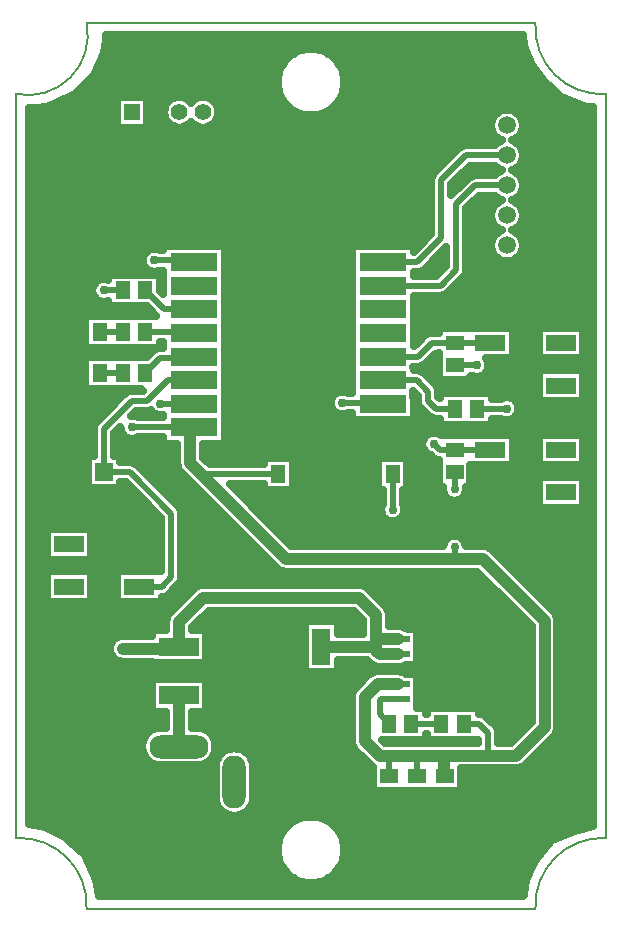
<source format=gtl>
G04 DipTrace 3.0.0.0*
G04 Top.gbr*
%MOIN*%
G04 #@! TF.FileFunction,Copper,L1,Top*
G04 #@! TF.Part,Single*
%ADD11C,0.006*%
G04 #@! TA.AperFunction,Conductor*
%ADD14C,0.02*%
%ADD15C,0.03937*%
G04 #@! TA.AperFunction,CopperBalancing*
%ADD16C,0.025*%
%ADD19R,0.062992X0.124016*%
%ADD20R,0.059055X0.051181*%
%ADD21R,0.051181X0.059055*%
G04 #@! TA.AperFunction,ComponentPad*
%ADD22R,0.055118X0.055118*%
%ADD23C,0.055118*%
%ADD25R,0.15748X0.062992*%
G04 #@! TA.AperFunction,ComponentPad*
%ADD26C,0.059055*%
%ADD27R,0.133858X0.062992*%
%ADD28R,0.102362X0.055118*%
G04 #@! TA.AperFunction,ComponentPad*
%ADD29O,0.177165X0.07874*%
%ADD30O,0.19685X0.07874*%
%ADD31O,0.07874X0.177165*%
%ADD32R,0.059055X0.059055*%
%ADD33C,0.059055*%
%ADD35R,0.07874X0.023622*%
%ADD36R,0.07874X0.125984*%
G04 #@! TA.AperFunction,ViaPad*
%ADD37C,0.03*%
%FSLAX26Y26*%
G04*
G70*
G90*
G75*
G01*
G04 Top*
%LPD*%
X1256382Y1448848D2*
D14*
Y1330085D1*
X1087614Y1686373D2*
X1221215D1*
X1223734Y1683854D1*
X1581416Y1530106D2*
X1462654D1*
X1412648D1*
X1393896Y1548858D1*
X462549Y2161423D2*
X588685D1*
X593812Y2156295D1*
X544945Y873621D2*
D15*
Y956184D1*
X625066Y1036304D1*
X1143870D1*
X1200126Y980049D1*
Y900268D1*
Y873787D1*
Y861286D1*
X1212627Y848785D1*
X1275129D1*
X1275134Y848790D1*
X1200126Y900268D2*
X1273656D1*
X1275134Y898790D1*
X1018857Y873787D2*
X1200126D1*
X356287Y867537D2*
X538861D1*
X544945Y873621D1*
X1275134Y748790D2*
X1206392D1*
X1162622Y705020D1*
Y561255D1*
X1212627Y511249D1*
X1250671D1*
X1343290D1*
X1425150D1*
X1431400Y442587D1*
X1431306Y442492D1*
X1337593D2*
D14*
Y505552D1*
X1343290Y511249D1*
X1243881Y442492D2*
Y504459D1*
X1250671Y511249D1*
X1425150D2*
D15*
X1575165D1*
X1668925D1*
X1762685Y605009D1*
Y961297D1*
X1556413Y1167568D1*
X1462654D1*
X900094D1*
X624043Y1443619D1*
X581311Y1486352D1*
Y1592613D1*
X593812Y1605114D1*
X875092Y1448848D2*
D14*
X629272D1*
X624043Y1443619D1*
X1493888Y617510D2*
X1543912D1*
X1575165Y586257D1*
Y511249D1*
X1462654Y1455303D2*
Y1398843D1*
Y1205072D2*
Y1167568D1*
X1537661Y1667621D2*
X1637672D1*
X1462654Y1811591D2*
X1537457Y1811386D1*
X356492Y2061412D2*
X293781D1*
X387541Y1605114D2*
X593812D1*
X1018857Y680874D2*
X1057218D1*
X1175134Y798790D1*
X1275134D1*
X1018857Y680874D2*
Y548753D1*
X987273Y517169D1*
X768831Y298727D1*
X550058D1*
X543807Y304978D1*
X1431306Y367689D2*
Y279881D1*
X1337593Y273724D1*
X1243881D1*
X1230718D1*
X987273Y517169D1*
X1243881Y367689D2*
Y273724D1*
X1337593Y367689D2*
Y273724D1*
X949895Y1448848D2*
X1067467D1*
X1223734Y1605114D1*
X1181579Y1448848D2*
X1067467D1*
X1431306Y279881D2*
X1725087D1*
X1856445Y411239D1*
Y1105062D1*
X1753577Y1207929D1*
X1681427Y1280080D1*
X1462654D1*
X1337640Y1405093D1*
Y1491207D1*
X1223734Y1605114D1*
X1275134Y798790D2*
X1511354D1*
X206272Y1923898D2*
X131264D1*
X106261Y1898895D1*
Y1786383D1*
Y1355098D1*
Y511249D1*
X312533Y304978D1*
X543807D1*
X206272Y1786383D2*
X106261D1*
X293781Y1355098D2*
X106261D1*
X1581416Y1744661D2*
X1654391D1*
X1712680Y1686373D1*
Y1388374D1*
Y1245486D1*
X1681427Y1280080D1*
X1581416Y1388374D2*
X1712680D1*
X1787957Y1242307D2*
X1753577Y1207929D1*
X466925Y2655224D2*
Y2359570D1*
X106261Y1998906D1*
Y1898895D1*
X412543Y1215541D2*
Y1323835D1*
X375039Y1361339D1*
X300021D1*
X293781Y1355098D1*
X1223734Y1841335D2*
X1342587D1*
X1387646Y1886394D1*
X1462654D1*
X1581416D1*
X1318888Y617510D2*
X1419085D1*
X593812Y1683854D2*
X481301D1*
X293781Y1455098D2*
Y1598864D1*
X387541Y1692623D1*
X437546D1*
X506303Y1761381D1*
X592598D1*
X593812Y1762594D1*
X412543Y1073808D2*
X487551D1*
X518804Y1105062D1*
Y1317584D1*
X381290Y1455098D1*
X293781D1*
X543807Y541198D2*
D15*
Y711066D1*
X544945Y712203D1*
X431295Y1786383D2*
D14*
X481301Y1836388D1*
X588866D1*
X593812Y1841335D1*
X431295Y1923898D2*
X589990D1*
X593812Y1920075D1*
X1275134Y698790D2*
X1218899D1*
X1212627Y692518D1*
Y648969D1*
X1244085Y617510D1*
X593812Y1998815D2*
X493892D1*
X431295Y2061412D1*
X1223734Y1762594D2*
X1336427D1*
X1375144Y1723877D1*
Y1692623D1*
X1400147Y1667621D1*
X1462858D1*
X1223734Y2156295D2*
X1338764D1*
X1418899Y2236430D1*
Y2430201D1*
X1500157Y2511459D1*
X1637661D1*
X1637672Y2511470D1*
X1223734Y2077555D2*
X1416290D1*
X1468904Y2130169D1*
Y2348942D1*
X1531411Y2411449D1*
X1637651D1*
X1637672Y2411470D1*
X356492Y1923898D2*
X281075D1*
X356492Y1786383D2*
X281075D1*
D37*
X1256382Y1330085D3*
X1087614Y1686373D3*
X1393896Y1548858D3*
X462549Y2161423D3*
X356287Y867537D3*
X1462654Y1398843D3*
Y1205072D3*
X1637672Y1667621D3*
X1537457Y1811386D3*
X1637672Y1667621D3*
X293781Y2061412D3*
X387541Y1605114D3*
X1787957Y1242307D3*
X481301Y1683854D3*
X300868Y2886634D2*
D16*
X1690399D1*
X297352Y2861765D2*
X948162D1*
X1020350D2*
X1697869D1*
X289149Y2836896D2*
X905780D1*
X1062733D2*
X1707830D1*
X277869Y2812028D2*
X885907D1*
X1082606D2*
X1717743D1*
X266541Y2787159D2*
X875164D1*
X1093299D2*
X1736248D1*
X245985Y2762290D2*
X870868D1*
X1097645D2*
X1754901D1*
X221131Y2737421D2*
X872235D1*
X1096278D2*
X1781707D1*
X195106Y2712552D2*
X879510D1*
X1089002D2*
X1809686D1*
X137049Y2687684D2*
X334637D1*
X441737D2*
X503729D1*
X666297D2*
X894110D1*
X1074403D2*
X1862323D1*
X46278Y2662815D2*
X334637D1*
X441737D2*
X492694D1*
X677381D2*
X921209D1*
X1047303D2*
X1621942D1*
X1653407D2*
X1922723D1*
X46278Y2637946D2*
X334637D1*
X441737D2*
X495135D1*
X674940D2*
X1589227D1*
X1686121D2*
X1922723D1*
X46278Y2613077D2*
X334637D1*
X441737D2*
X514325D1*
X576991D2*
X593084D1*
X655750D2*
X1582147D1*
X1693153D2*
X1922723D1*
X46278Y2588209D2*
X1587518D1*
X1687830D2*
X1922723D1*
X46278Y2563340D2*
X1612909D1*
X1662440D2*
X1922723D1*
X46278Y2538471D2*
X1477850D1*
X1685828D2*
X1922723D1*
X46278Y2513602D2*
X1452411D1*
X1693153D2*
X1922723D1*
X46278Y2488734D2*
X1427557D1*
X1688075D2*
X1922723D1*
X46278Y2463865D2*
X1402703D1*
X1502430D2*
X1611834D1*
X1663514D2*
X1922723D1*
X46278Y2438996D2*
X1384051D1*
X1477577D2*
X1509832D1*
X1685487D2*
X1922723D1*
X46278Y2414127D2*
X1382879D1*
X1454920D2*
X1484198D1*
X1693153D2*
X1922723D1*
X46278Y2389259D2*
X1382879D1*
X1688319D2*
X1922723D1*
X46278Y2364390D2*
X1382879D1*
X1534217D2*
X1610760D1*
X1664588D2*
X1922723D1*
X46278Y2339521D2*
X1382879D1*
X1509364D2*
X1590155D1*
X1685194D2*
X1922723D1*
X46278Y2314652D2*
X1382879D1*
X1504920D2*
X1582244D1*
X1693104D2*
X1922723D1*
X46278Y2289783D2*
X1382879D1*
X1504920D2*
X1586786D1*
X1688563D2*
X1922723D1*
X46278Y2264915D2*
X1382879D1*
X1504920D2*
X1609784D1*
X1665565D2*
X1922723D1*
X46278Y2240046D2*
X1372625D1*
X1504920D2*
X1590496D1*
X1684852D2*
X1922723D1*
X46278Y2215177D2*
X1347772D1*
X1504920D2*
X1582293D1*
X1693055D2*
X1922723D1*
X46278Y2190308D2*
X434588D1*
X698573D2*
X1119012D1*
X1422645D2*
X1432907D1*
X1504920D2*
X1586541D1*
X1688807D2*
X1922723D1*
X46278Y2165440D2*
X421746D1*
X698573D2*
X1119012D1*
X1397791D2*
X1432928D1*
X1504920D2*
X1608856D1*
X1666493D2*
X1922723D1*
X46278Y2140571D2*
X427703D1*
X698573D2*
X1119012D1*
X1372938D2*
X1429412D1*
X1504920D2*
X1922723D1*
X46278Y2115702D2*
X489080D1*
X698573D2*
X1119012D1*
X1328455D2*
X1404559D1*
X1501600D2*
X1922723D1*
X46278Y2090833D2*
X266473D1*
X698573D2*
X1119012D1*
X1479432D2*
X1922723D1*
X46278Y2065965D2*
X253045D1*
X698573D2*
X1119012D1*
X1454578D2*
X1922723D1*
X46278Y2041096D2*
X258563D1*
X698573D2*
X1119012D1*
X1328455D2*
X1922723D1*
X46278Y2016227D2*
X304901D1*
X698573D2*
X1119012D1*
X1328455D2*
X1922723D1*
X46278Y1991358D2*
X451483D1*
X698573D2*
X1119012D1*
X1328455D2*
X1922723D1*
X46278Y1966489D2*
X229461D1*
X698573D2*
X1119012D1*
X1328455D2*
X1922723D1*
X46278Y1941621D2*
X229461D1*
X698573D2*
X1119012D1*
X1328455D2*
X1922723D1*
X46278Y1916752D2*
X229461D1*
X698573D2*
X1119012D1*
X1328455D2*
X1370965D1*
X1658582D2*
X1740448D1*
X1894813D2*
X1922723D1*
X46278Y1891883D2*
X229461D1*
X698573D2*
X1119012D1*
X1328455D2*
X1343280D1*
X1658582D2*
X1740448D1*
X1894813D2*
X1922723D1*
X46278Y1867014D2*
X465203D1*
X698573D2*
X1119012D1*
X1658582D2*
X1740448D1*
X1894813D2*
X1922723D1*
X46278Y1842146D2*
X437176D1*
X698573D2*
X1119012D1*
X1393250D2*
X1407147D1*
X1658582D2*
X1740448D1*
X1894813D2*
X1922723D1*
X46278Y1817277D2*
X229461D1*
X698573D2*
X1119012D1*
X1368397D2*
X1407147D1*
X1578016D2*
X1922723D1*
X46278Y1792408D2*
X229461D1*
X698573D2*
X1119012D1*
X1354188D2*
X1407147D1*
X1573475D2*
X1740448D1*
X1894813D2*
X1922723D1*
X46278Y1767539D2*
X229461D1*
X698573D2*
X1119012D1*
X1381336D2*
X1407147D1*
X1518202D2*
X1740448D1*
X1894813D2*
X1922723D1*
X46278Y1742671D2*
X229461D1*
X698573D2*
X1119012D1*
X1405360D2*
X1740448D1*
X1894813D2*
X1922723D1*
X46278Y1717802D2*
X362957D1*
X698573D2*
X1062860D1*
X1589246D2*
X1740448D1*
X1894813D2*
X1922723D1*
X46278Y1692933D2*
X337957D1*
X698573D2*
X1047186D1*
X1328455D2*
X1339133D1*
X1669178D2*
X1922723D1*
X46278Y1668064D2*
X313104D1*
X698573D2*
X1051239D1*
X1328455D2*
X1349823D1*
X1678651D2*
X1922723D1*
X46278Y1643196D2*
X288250D1*
X395692D2*
X489080D1*
X698573D2*
X1119012D1*
X1328455D2*
X1374725D1*
X1669911D2*
X1922723D1*
X46278Y1618327D2*
X264032D1*
X698573D2*
X1411248D1*
X1589246D2*
X1922723D1*
X46278Y1593458D2*
X257782D1*
X338270D2*
X348352D1*
X698573D2*
X1922723D1*
X46278Y1568589D2*
X257782D1*
X329774D2*
X372869D1*
X402235D2*
X489080D1*
X698573D2*
X1358319D1*
X1658582D2*
X1740448D1*
X1894813D2*
X1922723D1*
X46278Y1543720D2*
X257782D1*
X329774D2*
X535614D1*
X626991D2*
X1353241D1*
X1658582D2*
X1740448D1*
X1894813D2*
X1922723D1*
X46278Y1518852D2*
X257782D1*
X329774D2*
X535614D1*
X626991D2*
X1367254D1*
X1658582D2*
X1740448D1*
X1894813D2*
X1922723D1*
X46278Y1493983D2*
X238250D1*
X349305D2*
X535614D1*
X637244D2*
X823504D1*
X926698D2*
X1204803D1*
X1307996D2*
X1407147D1*
X1658582D2*
X1740448D1*
X1894813D2*
X1922723D1*
X46278Y1469114D2*
X238250D1*
X417127D2*
X539227D1*
X926698D2*
X1204803D1*
X1307996D2*
X1407147D1*
X1518202D2*
X1922723D1*
X46278Y1444245D2*
X238250D1*
X442030D2*
X559832D1*
X926698D2*
X1204803D1*
X1307996D2*
X1407147D1*
X1518202D2*
X1922723D1*
X46278Y1419377D2*
X238250D1*
X349305D2*
X367157D1*
X466883D2*
X584735D1*
X926698D2*
X1204803D1*
X1307996D2*
X1407147D1*
X1518202D2*
X1740448D1*
X1894813D2*
X1922723D1*
X46278Y1394508D2*
X392010D1*
X491737D2*
X609588D1*
X736707D2*
X1220379D1*
X1292371D2*
X1421893D1*
X1503407D2*
X1740448D1*
X1894813D2*
X1922723D1*
X46278Y1369639D2*
X416864D1*
X516639D2*
X634442D1*
X761610D2*
X1220379D1*
X1292371D2*
X1435077D1*
X1490223D2*
X1740448D1*
X1894813D2*
X1922723D1*
X46278Y1344770D2*
X441766D1*
X541493D2*
X659295D1*
X786463D2*
X1218280D1*
X1294471D2*
X1740448D1*
X1894813D2*
X1922723D1*
X46278Y1319902D2*
X466619D1*
X554725D2*
X684198D1*
X811317D2*
X1216766D1*
X1296034D2*
X1922723D1*
X46278Y1295033D2*
X482782D1*
X554823D2*
X709051D1*
X836219D2*
X1237957D1*
X1274793D2*
X1922723D1*
X46278Y1270164D2*
X482782D1*
X554823D2*
X733905D1*
X861073D2*
X1922723D1*
X46278Y1245295D2*
X99139D1*
X253504D2*
X482782D1*
X554823D2*
X758807D1*
X885926D2*
X1922723D1*
X46278Y1220427D2*
X99139D1*
X253504D2*
X482782D1*
X554823D2*
X783661D1*
X910828D2*
X1424871D1*
X1500477D2*
X1922723D1*
X46278Y1195558D2*
X99139D1*
X253504D2*
X482782D1*
X554823D2*
X808514D1*
X1591981D2*
X1922723D1*
X46278Y1170689D2*
X99139D1*
X253504D2*
X482782D1*
X554823D2*
X833416D1*
X1616883D2*
X1922723D1*
X46278Y1145820D2*
X482782D1*
X554823D2*
X858270D1*
X1641737D2*
X1922723D1*
X46278Y1120951D2*
X99139D1*
X253504D2*
X335369D1*
X554823D2*
X1539471D1*
X1666590D2*
X1922723D1*
X46278Y1096083D2*
X99139D1*
X253504D2*
X335369D1*
X553602D2*
X1564325D1*
X1691493D2*
X1922723D1*
X46278Y1071214D2*
X99139D1*
X253504D2*
X335369D1*
X534852D2*
X597137D1*
X1171815D2*
X1589178D1*
X1716346D2*
X1922723D1*
X46278Y1046345D2*
X99139D1*
X253504D2*
X335369D1*
X509217D2*
X571551D1*
X1197401D2*
X1614080D1*
X1741200D2*
X1922723D1*
X46278Y1021476D2*
X546649D1*
X1222254D2*
X1638934D1*
X1766102D2*
X1922723D1*
X46278Y996608D2*
X521795D1*
X1242518D2*
X1663787D1*
X1790955D2*
X1922723D1*
X46278Y971739D2*
X502166D1*
X624061D2*
X1144842D1*
X1245789D2*
X1688690D1*
X1807069D2*
X1922723D1*
X46278Y946870D2*
X499237D1*
X599207D2*
X961346D1*
X1076356D2*
X1154461D1*
X1245789D2*
X1713543D1*
X1808387D2*
X1922723D1*
X46278Y922001D2*
X452020D1*
X637879D2*
X961346D1*
X1076356D2*
X1154461D1*
X1340516D2*
X1717010D1*
X1808387D2*
X1922723D1*
X46278Y897133D2*
X322332D1*
X637879D2*
X961346D1*
X1340516D2*
X1717010D1*
X1808387D2*
X1922723D1*
X46278Y872264D2*
X310858D1*
X637879D2*
X961346D1*
X1340516D2*
X1717010D1*
X1808387D2*
X1922723D1*
X46278Y847395D2*
X315594D1*
X637879D2*
X961346D1*
X1340516D2*
X1717010D1*
X1808387D2*
X1922723D1*
X46278Y822526D2*
X452020D1*
X637879D2*
X961346D1*
X1076356D2*
X1175311D1*
X1340516D2*
X1717010D1*
X1808387D2*
X1922723D1*
X46278Y797657D2*
X961346D1*
X1076356D2*
X1717010D1*
X1808387D2*
X1922723D1*
X46278Y772789D2*
X1166815D1*
X1340516D2*
X1717010D1*
X1808387D2*
X1922723D1*
X46278Y747920D2*
X452020D1*
X637879D2*
X1141961D1*
X1340516D2*
X1717010D1*
X1808387D2*
X1922723D1*
X46278Y723051D2*
X452020D1*
X637879D2*
X1120868D1*
X1340516D2*
X1717010D1*
X1808387D2*
X1922723D1*
X46278Y698182D2*
X452020D1*
X637879D2*
X1116961D1*
X1340516D2*
X1717010D1*
X1808387D2*
X1922723D1*
X46278Y673314D2*
X452020D1*
X637879D2*
X1116961D1*
X1340516D2*
X1717010D1*
X1808387D2*
X1922723D1*
X46278Y648445D2*
X498114D1*
X589491D2*
X1116961D1*
X1559266D2*
X1717010D1*
X1808387D2*
X1922723D1*
X46278Y623576D2*
X498114D1*
X589491D2*
X1116961D1*
X1587733D2*
X1717010D1*
X1808387D2*
X1922723D1*
X46278Y598707D2*
X456854D1*
X630750D2*
X1116961D1*
X1608778D2*
X1692791D1*
X1807899D2*
X1922723D1*
X46278Y573839D2*
X428534D1*
X659119D2*
X1116961D1*
X1611170D2*
X1667938D1*
X1795106D2*
X1922723D1*
X46278Y548970D2*
X419842D1*
X667762D2*
X1118719D1*
X1770203D2*
X1922723D1*
X46278Y524101D2*
X421746D1*
X665858D2*
X690741D1*
X766981D2*
X1136200D1*
X1745350D2*
X1922723D1*
X46278Y499232D2*
X435418D1*
X652186D2*
X669549D1*
X788172D2*
X1161053D1*
X1720496D2*
X1922723D1*
X46278Y474364D2*
X663494D1*
X794178D2*
X1187664D1*
X1693885D2*
X1922723D1*
X46278Y449495D2*
X663494D1*
X794227D2*
X1188348D1*
X1486854D2*
X1922723D1*
X46278Y424626D2*
X663494D1*
X794227D2*
X1188348D1*
X1486854D2*
X1922723D1*
X46278Y399757D2*
X663494D1*
X794227D2*
X1188348D1*
X1486854D2*
X1922723D1*
X46278Y374888D2*
X663494D1*
X794227D2*
X1922723D1*
X46278Y350020D2*
X668182D1*
X789491D2*
X1922723D1*
X46278Y325151D2*
X686639D1*
X771082D2*
X1922723D1*
X46278Y300282D2*
X941327D1*
X1027186D2*
X1922723D1*
X89051Y275413D2*
X903241D1*
X1065223D2*
X1916815D1*
X145545Y250545D2*
X884539D1*
X1083973D2*
X1838299D1*
X182215Y225676D2*
X874481D1*
X1093983D2*
X1782000D1*
X209852Y200807D2*
X870770D1*
X1097743D2*
X1761639D1*
X234022Y175938D2*
X872674D1*
X1095838D2*
X1741327D1*
X245496Y151070D2*
X880584D1*
X1087928D2*
X1722528D1*
X256971Y126201D2*
X896063D1*
X1072450D2*
X1711493D1*
X268446Y101332D2*
X925116D1*
X1043397D2*
X1700457D1*
X274744Y76463D2*
X1695575D1*
X279676Y51594D2*
X1692498D1*
X976361Y959295D2*
X1073853D1*
Y916961D1*
X1156894Y916973D1*
X1156941Y962133D1*
X1125982Y993119D1*
X642942D1*
X588102Y938268D1*
X588130Y928596D1*
X635374Y928617D1*
Y818625D1*
X454516D1*
Y824338D1*
X352899Y824485D1*
X346206Y825545D1*
X339761Y827639D1*
X333723Y830715D1*
X328241Y834699D1*
X323449Y839490D1*
X319466Y844973D1*
X316390Y851011D1*
X314295Y857455D1*
X313235Y864148D1*
Y870925D1*
X314295Y877618D1*
X316390Y884063D1*
X319466Y890101D1*
X323449Y895583D1*
X328241Y900375D1*
X333723Y904358D1*
X339761Y907435D1*
X346206Y909529D1*
X352899Y910589D1*
X443787Y910722D1*
X454481D1*
X454516Y928617D1*
X501733D1*
X501893Y959572D1*
X502953Y966265D1*
X505047Y972710D1*
X508124Y978748D1*
X512107Y984230D1*
X576280Y1048592D1*
X597019Y1069143D1*
X602501Y1073126D1*
X608539Y1076202D1*
X614984Y1078296D1*
X621677Y1079356D1*
X712566Y1079490D1*
X1147258Y1079356D1*
X1153951Y1078296D1*
X1160396Y1076202D1*
X1166434Y1073126D1*
X1171917Y1069143D1*
X1230662Y1010585D1*
X1235063Y1005432D1*
X1238604Y999654D1*
X1241197Y993393D1*
X1242779Y986804D1*
X1243311Y980049D1*
Y943476D1*
X1277044Y943320D1*
X1283738Y942260D1*
X1290182Y940166D1*
X1296220Y937089D1*
X1299050Y935197D1*
X1312264Y934101D1*
X1338004D1*
Y813479D1*
X1299967D1*
X1294734Y810307D1*
X1288474Y807713D1*
X1281884Y806131D1*
X1275129Y805600D1*
X1209239Y805733D1*
X1202546Y806793D1*
X1196101Y808887D1*
X1190063Y811963D1*
X1184581Y815947D1*
X1169736Y830603D1*
X1073808Y830602D1*
X1073853Y788280D1*
X963861D1*
Y959295D1*
X976361D1*
X1378267Y393402D2*
X1190853D1*
Y473919D1*
X1184581Y478411D1*
X1132086Y530718D1*
X1127685Y535871D1*
X1124144Y541649D1*
X1121550Y547910D1*
X1119969Y554499D1*
X1119437Y561255D1*
X1119570Y708408D1*
X1120630Y715101D1*
X1122724Y721546D1*
X1125801Y727584D1*
X1129784Y733066D1*
X1175856Y779327D1*
X1181009Y783728D1*
X1186787Y787268D1*
X1193047Y789862D1*
X1199637Y791444D1*
X1206392Y791975D1*
X1278522Y791842D1*
X1285215Y790782D1*
X1291660Y788688D1*
X1297698Y785611D1*
X1299956Y784103D1*
X1338004Y784101D1*
Y670554D1*
X1367979Y670538D1*
Y651055D1*
X1370011Y651011D1*
X1369995Y670538D1*
X1542979D1*
Y651056D1*
X1549153Y650598D1*
X1556732Y648461D1*
X1563603Y644613D1*
X1567600Y641199D1*
X1600639Y608014D1*
X1605014Y601466D1*
X1607740Y594078D1*
X1608665Y586247D1*
Y554470D1*
X1650995Y554434D1*
X1719492Y622889D1*
X1719500Y943437D1*
X1538557Y1124351D1*
X896706Y1124516D1*
X890013Y1125576D1*
X883568Y1127670D1*
X877530Y1130747D1*
X872048Y1134730D1*
X807686Y1198904D1*
X548473Y1458305D1*
X544490Y1463788D1*
X541413Y1469825D1*
X539319Y1476270D1*
X538259Y1482963D1*
X538126Y1550072D1*
X491572Y1550118D1*
Y1571651D1*
X406556Y1571614D1*
X399438Y1568498D1*
X393563Y1567088D1*
X387541Y1566614D1*
X381518Y1567088D1*
X375644Y1568498D1*
X370062Y1570810D1*
X364911Y1573967D1*
X360317Y1577891D1*
X356394Y1582484D1*
X353237Y1587636D1*
X350925Y1593217D1*
X349515Y1599091D1*
X349108Y1606825D1*
X327294Y1585001D1*
X327281Y1508092D1*
X346809Y1508126D1*
Y1488643D1*
X383918Y1488495D1*
X391642Y1486959D1*
X398794Y1483662D1*
X404985Y1478779D1*
X544278Y1339341D1*
X548653Y1332793D1*
X551379Y1325404D1*
X552304Y1317574D1*
X552201Y1102433D1*
X550665Y1094710D1*
X547368Y1087558D1*
X542493Y1081373D1*
X509308Y1048335D1*
X502760Y1043960D1*
X495372Y1041234D1*
X487541Y1040309D1*
X487209Y1040308D1*
X487225Y1022749D1*
X337862D1*
Y1124867D1*
X485325D1*
X485304Y1303743D1*
X367402Y1421610D1*
X346769Y1421598D1*
X346809Y1402071D1*
X240754D1*
Y1508126D1*
X260236D1*
X260384Y1601492D1*
X261920Y1609216D1*
X265217Y1616367D1*
X270100Y1622559D1*
X365784Y1718097D1*
X372332Y1722472D1*
X379720Y1725198D1*
X387551Y1726123D1*
X423625D1*
X417886Y1733355D1*
X231984D1*
Y1839411D1*
X436941D1*
X459544Y1861862D1*
X466092Y1866237D1*
X473480Y1868963D1*
X481311Y1869888D1*
X491603D1*
X491572Y1890359D1*
X480370Y1890398D1*
X480386Y1870870D1*
X231984D1*
Y1976925D1*
X468387D1*
X436955Y2008376D1*
X307402Y2008384D1*
Y2025425D1*
X299804Y2023386D1*
X293781Y2022912D1*
X287758Y2023386D1*
X281884Y2024796D1*
X276302Y2027108D1*
X271151Y2030265D1*
X266557Y2034188D1*
X262634Y2038782D1*
X259477Y2043933D1*
X257165Y2049515D1*
X255755Y2055389D1*
X255281Y2061412D1*
X255755Y2067435D1*
X257165Y2073309D1*
X259477Y2078891D1*
X262634Y2084042D1*
X266557Y2088636D1*
X271151Y2092559D1*
X276302Y2095716D1*
X281884Y2098028D1*
X287758Y2099438D1*
X293781Y2099912D1*
X299804Y2099438D1*
X307395Y2097394D1*
X307402Y2114439D1*
X480386D1*
Y2059703D1*
X491547Y2048536D1*
X491572Y2127906D1*
X481507Y2127922D1*
X474446Y2124807D1*
X468571Y2123397D1*
X462549Y2122923D1*
X456526Y2123397D1*
X450651Y2124807D1*
X445070Y2127119D1*
X439919Y2130275D1*
X435325Y2134199D1*
X431401Y2138793D1*
X428245Y2143944D1*
X425933Y2149525D1*
X424523Y2155400D1*
X424049Y2161423D1*
X424523Y2167445D1*
X425933Y2173320D1*
X428245Y2178901D1*
X431401Y2184052D1*
X435325Y2188646D1*
X439919Y2192570D1*
X445070Y2195726D1*
X450651Y2198038D1*
X456526Y2199449D1*
X462549Y2199923D1*
X468571Y2199449D1*
X474446Y2198038D1*
X481459Y2194924D1*
X491601Y2194923D1*
X491572Y2211291D1*
X696053D1*
Y1865079D1*
X696004Y1628858D1*
X696053Y1550118D1*
X624519D1*
X624496Y1504283D1*
X646409Y1482327D1*
X826000Y1482348D1*
X826001Y1501875D1*
X924182D1*
Y1395820D1*
X826001D1*
Y1415303D1*
X713422Y1415348D1*
X917984Y1210752D1*
X1424557Y1210753D1*
X1426038Y1216969D1*
X1428350Y1222551D1*
X1431506Y1227702D1*
X1435430Y1232296D1*
X1440024Y1236219D1*
X1445175Y1239376D1*
X1450756Y1241688D1*
X1456631Y1243098D1*
X1462654Y1243572D1*
X1468676Y1243098D1*
X1474551Y1241688D1*
X1480132Y1239376D1*
X1485283Y1236219D1*
X1489877Y1232296D1*
X1493801Y1227702D1*
X1496957Y1222551D1*
X1499269Y1216969D1*
X1500720Y1210755D1*
X1559802Y1210620D1*
X1566495Y1209560D1*
X1572940Y1207466D1*
X1578978Y1204390D1*
X1584460Y1200406D1*
X1648822Y1136233D1*
X1795523Y989343D1*
X1799506Y983861D1*
X1802583Y977823D1*
X1804677Y971378D1*
X1805737Y964685D1*
X1805870Y873797D1*
X1805737Y601621D1*
X1804677Y594928D1*
X1802583Y588483D1*
X1799506Y582445D1*
X1795523Y576963D1*
X1731350Y512601D1*
X1696972Y478411D1*
X1691489Y474428D1*
X1685451Y471352D1*
X1679007Y469257D1*
X1672313Y468197D1*
X1575165Y468064D1*
X1484296D1*
X1484333Y393402D1*
X1378278Y393450D1*
X349626Y2706283D2*
X439244D1*
Y2604165D1*
X337126D1*
Y2706283D1*
X349626D1*
X585024Y2622741D2*
X578826Y2616399D1*
X572344Y2611689D1*
X565205Y2608052D1*
X557585Y2605576D1*
X549671Y2604323D1*
X541659D1*
X533746Y2605576D1*
X526126Y2608052D1*
X518987Y2611689D1*
X512505Y2616399D1*
X506840Y2622064D1*
X502130Y2628546D1*
X498493Y2635685D1*
X496017Y2643305D1*
X494764Y2651218D1*
Y2659230D1*
X496017Y2667144D1*
X498493Y2674764D1*
X502130Y2681903D1*
X506840Y2688385D1*
X512505Y2694050D1*
X518987Y2698759D1*
X526126Y2702397D1*
X533746Y2704873D1*
X541659Y2706126D1*
X549671D1*
X557585Y2704873D1*
X565205Y2702397D1*
X572344Y2698759D1*
X578826Y2694050D1*
X585024Y2687708D1*
X591245Y2694050D1*
X597727Y2698759D1*
X604866Y2702397D1*
X612486Y2704873D1*
X620399Y2706126D1*
X628412D1*
X636325Y2704873D1*
X643945Y2702397D1*
X651084Y2698759D1*
X657566Y2694050D1*
X663231Y2688385D1*
X667941Y2681903D1*
X671578Y2674764D1*
X674054Y2667144D1*
X675307Y2659230D1*
Y2651218D1*
X674054Y2643305D1*
X671578Y2635685D1*
X667941Y2628546D1*
X663231Y2622064D1*
X657566Y2616399D1*
X651084Y2611689D1*
X643945Y2608052D1*
X636325Y2605576D1*
X628412Y2604323D1*
X620399D1*
X612486Y2605576D1*
X604866Y2608052D1*
X597727Y2611689D1*
X591245Y2616399D1*
X585047Y2622741D1*
X1444787Y564483D2*
X1369995D1*
Y583965D1*
X1367962Y584010D1*
X1367979Y564483D1*
X1220471D1*
X1230482Y554468D1*
X1541702Y554434D1*
X1541665Y564521D1*
X1444798Y564532D1*
X1325974Y1707551D2*
Y1628858D1*
X1121494D1*
X1121215Y1652873D1*
X1106616D1*
X1099511Y1649757D1*
X1093637Y1648347D1*
X1087614Y1647873D1*
X1081591Y1648347D1*
X1075717Y1649757D1*
X1070136Y1652069D1*
X1064984Y1655226D1*
X1060391Y1659149D1*
X1056467Y1663743D1*
X1053310Y1668894D1*
X1050998Y1674476D1*
X1049588Y1680350D1*
X1049114Y1686373D1*
X1049588Y1692395D1*
X1050998Y1698270D1*
X1053310Y1703851D1*
X1056467Y1709002D1*
X1060391Y1713596D1*
X1064984Y1717520D1*
X1070136Y1720676D1*
X1075717Y1722988D1*
X1081591Y1724399D1*
X1087614Y1724873D1*
X1093637Y1724399D1*
X1099511Y1722988D1*
X1106525Y1719874D1*
X1121452Y1719873D1*
X1121494Y1896330D1*
X1121493Y2211291D1*
X1325974D1*
Y2190930D1*
X1385407Y2250314D1*
X1385502Y2432829D1*
X1387039Y2440553D1*
X1390335Y2447704D1*
X1395218Y2453896D1*
X1478401Y2536933D1*
X1484949Y2541308D1*
X1492337Y2544034D1*
X1500168Y2544959D1*
X1596593D1*
X1603233Y2551792D1*
X1609965Y2556683D1*
X1617379Y2560461D1*
X1620050Y2561446D1*
X1613598Y2564222D1*
X1606503Y2568570D1*
X1600176Y2573974D1*
X1594772Y2580301D1*
X1590424Y2587396D1*
X1587240Y2595083D1*
X1585297Y2603174D1*
X1584644Y2611470D1*
X1585297Y2619765D1*
X1587240Y2627856D1*
X1590424Y2635544D1*
X1594772Y2642639D1*
X1600176Y2648966D1*
X1606503Y2654370D1*
X1613598Y2658718D1*
X1621285Y2661902D1*
X1629377Y2663845D1*
X1637672Y2664497D1*
X1645967Y2663845D1*
X1654058Y2661902D1*
X1661746Y2658718D1*
X1668841Y2654370D1*
X1675168Y2648966D1*
X1680572Y2642639D1*
X1684920Y2635544D1*
X1688104Y2627856D1*
X1690047Y2619765D1*
X1690699Y2611470D1*
X1690047Y2603174D1*
X1688104Y2595083D1*
X1684920Y2587396D1*
X1680572Y2580301D1*
X1675168Y2573974D1*
X1668841Y2568570D1*
X1661746Y2564222D1*
X1655294Y2561494D1*
X1661746Y2558718D1*
X1668841Y2554370D1*
X1675168Y2548966D1*
X1680572Y2542639D1*
X1684920Y2535544D1*
X1688104Y2527856D1*
X1690047Y2519765D1*
X1690699Y2511470D1*
X1690047Y2503174D1*
X1688104Y2495083D1*
X1684920Y2487396D1*
X1680572Y2480301D1*
X1675168Y2473974D1*
X1668841Y2468570D1*
X1661746Y2464222D1*
X1655294Y2461494D1*
X1661746Y2458718D1*
X1668841Y2454370D1*
X1675168Y2448966D1*
X1680572Y2442639D1*
X1684920Y2435544D1*
X1688104Y2427856D1*
X1690047Y2419765D1*
X1690699Y2411470D1*
X1690047Y2403174D1*
X1688104Y2395083D1*
X1684920Y2387396D1*
X1680572Y2380301D1*
X1675168Y2373974D1*
X1668841Y2368570D1*
X1661746Y2364222D1*
X1655294Y2361494D1*
X1661746Y2358718D1*
X1668841Y2354370D1*
X1675168Y2348966D1*
X1680572Y2342639D1*
X1684920Y2335544D1*
X1688104Y2327856D1*
X1690047Y2319765D1*
X1690699Y2311470D1*
X1690047Y2303174D1*
X1688104Y2295083D1*
X1684920Y2287396D1*
X1680572Y2280301D1*
X1675168Y2273974D1*
X1668841Y2268570D1*
X1661746Y2264222D1*
X1655294Y2261494D1*
X1661746Y2258718D1*
X1668841Y2254370D1*
X1675168Y2248966D1*
X1680572Y2242639D1*
X1684920Y2235544D1*
X1688104Y2227856D1*
X1690047Y2219765D1*
X1690699Y2211470D1*
X1690047Y2203174D1*
X1688104Y2195083D1*
X1684920Y2187396D1*
X1680572Y2180301D1*
X1675168Y2173974D1*
X1668841Y2168570D1*
X1661746Y2164222D1*
X1654058Y2161038D1*
X1645967Y2159095D1*
X1637672Y2158442D1*
X1629377Y2159095D1*
X1621285Y2161038D1*
X1613598Y2164222D1*
X1606503Y2168570D1*
X1600176Y2173974D1*
X1594772Y2180301D1*
X1590424Y2187396D1*
X1587240Y2195083D1*
X1585297Y2203174D1*
X1584644Y2211470D1*
X1585297Y2219765D1*
X1587240Y2227856D1*
X1590424Y2235544D1*
X1594772Y2242639D1*
X1600176Y2248966D1*
X1606503Y2254370D1*
X1613598Y2258718D1*
X1620050Y2261446D1*
X1613598Y2264222D1*
X1606503Y2268570D1*
X1600176Y2273974D1*
X1594772Y2280301D1*
X1590424Y2287396D1*
X1587240Y2295083D1*
X1585297Y2303174D1*
X1584644Y2311470D1*
X1585297Y2319765D1*
X1587240Y2327856D1*
X1590424Y2335544D1*
X1594772Y2342639D1*
X1600176Y2348966D1*
X1606503Y2354370D1*
X1613598Y2358718D1*
X1620050Y2361446D1*
X1613598Y2364222D1*
X1606503Y2368570D1*
X1600176Y2373974D1*
X1596635Y2377938D1*
X1545317Y2377949D1*
X1502377Y2335038D1*
X1502301Y2127541D1*
X1500765Y2119817D1*
X1497468Y2112666D1*
X1492585Y2106474D1*
X1438047Y2052081D1*
X1431499Y2047706D1*
X1424110Y2044981D1*
X1416280Y2044055D1*
X1326007D1*
X1325974Y1874797D1*
X1336576Y1882700D1*
X1365889Y1911867D1*
X1372437Y1916242D1*
X1379825Y1918968D1*
X1387656Y1919893D1*
X1409667Y1919894D1*
X1409626Y1935484D1*
X1506745D1*
X1506735Y1937453D1*
X1656097D1*
Y1835335D1*
X1567572D1*
X1571760Y1828864D1*
X1574072Y1823283D1*
X1575483Y1817409D1*
X1575957Y1811386D1*
X1575483Y1805363D1*
X1574072Y1799489D1*
X1571760Y1793907D1*
X1568604Y1788756D1*
X1564680Y1784162D1*
X1560086Y1780239D1*
X1554935Y1777082D1*
X1549354Y1774770D1*
X1543479Y1773360D1*
X1537457Y1772886D1*
X1531434Y1773360D1*
X1525560Y1774770D1*
X1518443Y1777942D1*
X1515681Y1773181D1*
Y1762500D1*
X1409626D1*
Y1852879D1*
X1393656Y1845028D1*
X1364343Y1815861D1*
X1357795Y1811486D1*
X1350407Y1808760D1*
X1342576Y1807835D1*
X1325936D1*
X1325974Y1796057D1*
X1339055Y1795991D1*
X1346779Y1794455D1*
X1353930Y1791158D1*
X1360122Y1786275D1*
X1400618Y1745633D1*
X1404993Y1739085D1*
X1407719Y1731697D1*
X1408644Y1723866D1*
Y1706543D1*
X1413768Y1702093D1*
Y1720648D1*
X1586752D1*
Y1701166D1*
X1618667Y1701121D1*
X1625775Y1704236D1*
X1631649Y1705647D1*
X1637672Y1706121D1*
X1643695Y1705647D1*
X1649569Y1704236D1*
X1655151Y1701924D1*
X1660302Y1698768D1*
X1664896Y1694844D1*
X1668819Y1690250D1*
X1671976Y1685099D1*
X1674288Y1679518D1*
X1675698Y1673643D1*
X1676172Y1667621D1*
X1675698Y1661598D1*
X1674288Y1655724D1*
X1671976Y1650142D1*
X1668819Y1644991D1*
X1664896Y1640397D1*
X1660302Y1636474D1*
X1655151Y1633317D1*
X1649569Y1631005D1*
X1643695Y1629595D1*
X1637672Y1629121D1*
X1631649Y1629595D1*
X1625775Y1631005D1*
X1618761Y1634119D1*
X1586744Y1634121D1*
X1586752Y1614593D1*
X1413768D1*
Y1634076D1*
X1397519Y1634224D1*
X1389795Y1635760D1*
X1382643Y1639057D1*
X1376452Y1643940D1*
X1349671Y1670867D1*
X1345296Y1677415D1*
X1342570Y1684803D1*
X1341645Y1692634D1*
X1341644Y1709957D1*
X1325941Y1725704D1*
X1325925Y1707598D1*
X1325974Y2122766D2*
Y2111018D1*
X1402396Y2111055D1*
X1435380Y2144022D1*
X1435404Y2205511D1*
X1360520Y2130822D1*
X1353972Y2126447D1*
X1346584Y2123721D1*
X1338754Y2122796D1*
X1326020Y2122795D1*
X1620050Y2461494D2*
X1613598Y2464222D1*
X1606503Y2468570D1*
X1600176Y2473974D1*
X1596614Y2477964D1*
X1514077Y2477959D1*
X1452410Y2416335D1*
X1452399Y2379859D1*
X1509654Y2436922D1*
X1516202Y2441298D1*
X1523590Y2444023D1*
X1531421Y2444948D1*
X1596596Y2444949D1*
X1603233Y2451792D1*
X1609965Y2456683D1*
X1617379Y2460461D1*
X1620050Y2461446D1*
X467016Y767199D2*
X635374D1*
Y657207D1*
X586985D1*
X586992Y604083D1*
X607795Y603874D1*
X617539Y602331D1*
X626922Y599283D1*
X635712Y594804D1*
X643693Y589005D1*
X650669Y582029D1*
X656468Y574048D1*
X660947Y565258D1*
X663995Y555875D1*
X665538Y546131D1*
Y536265D1*
X663995Y526521D1*
X660947Y517139D1*
X656468Y508349D1*
X650669Y500367D1*
X643693Y493391D1*
X635712Y487593D1*
X626922Y483114D1*
X617539Y480065D1*
X607795Y478522D1*
X565362Y478328D1*
X479819Y478522D1*
X470075Y480065D1*
X460693Y483114D1*
X451902Y487593D1*
X443921Y493391D1*
X436945Y500367D1*
X431146Y508349D1*
X426668Y517139D1*
X423619Y526521D1*
X422076Y536265D1*
Y546131D1*
X423619Y555875D1*
X426668Y565258D1*
X431146Y574048D1*
X436945Y582029D1*
X443921Y589005D1*
X451902Y594804D1*
X460693Y599283D1*
X470075Y602331D1*
X479819Y603874D1*
X500621Y604068D1*
X500622Y657165D1*
X454516Y657207D1*
Y767199D1*
X467016D1*
X1519235Y1581165D2*
X1656097D1*
Y1479047D1*
X1515678D1*
X1515681Y1406213D1*
X1500398D1*
X1501154Y1398843D1*
X1500680Y1392820D1*
X1499269Y1386945D1*
X1496957Y1381364D1*
X1493801Y1376213D1*
X1489877Y1371619D1*
X1485283Y1367695D1*
X1480132Y1364539D1*
X1474551Y1362227D1*
X1468676Y1360817D1*
X1462654Y1360343D1*
X1456631Y1360817D1*
X1450756Y1362227D1*
X1445175Y1364539D1*
X1440024Y1367695D1*
X1435430Y1371619D1*
X1431506Y1376213D1*
X1428350Y1381364D1*
X1426038Y1386945D1*
X1424628Y1392820D1*
X1424154Y1398843D1*
X1424897Y1406220D1*
X1409626Y1406213D1*
Y1496787D1*
X1404828Y1497532D1*
X1397440Y1500257D1*
X1390892Y1504633D1*
X1383608Y1511770D1*
X1376418Y1514555D1*
X1371267Y1517711D1*
X1366673Y1521635D1*
X1362749Y1526229D1*
X1359593Y1531380D1*
X1357281Y1536961D1*
X1355870Y1542836D1*
X1355396Y1548858D1*
X1355870Y1554881D1*
X1357281Y1560755D1*
X1359593Y1566337D1*
X1362749Y1571488D1*
X1366673Y1576082D1*
X1371267Y1580005D1*
X1376418Y1583162D1*
X1381999Y1585474D1*
X1387874Y1586884D1*
X1393896Y1587358D1*
X1399919Y1586884D1*
X1405793Y1585474D1*
X1411375Y1583162D1*
X1417555Y1579194D1*
X1506745Y1579197D1*
X1506735Y1581165D1*
X1519235D1*
X1755455Y1439433D2*
X1892318D1*
Y1337315D1*
X1742955D1*
Y1439433D1*
X1755455D1*
Y1581165D2*
X1892318D1*
Y1479047D1*
X1742955D1*
Y1581165D1*
X1755455D1*
X665977Y472281D2*
X666750Y482136D1*
X669053Y491728D1*
X672829Y500843D1*
X677983Y509255D1*
X684391Y516756D1*
X691892Y523163D1*
X700304Y528318D1*
X709419Y532094D1*
X719011Y534397D1*
X728846Y535171D1*
X738682Y534397D1*
X748274Y532094D1*
X757389Y528318D1*
X765801Y523163D1*
X773302Y516756D1*
X779709Y509255D1*
X784864Y500843D1*
X788639Y491728D1*
X790943Y482136D1*
X791717Y472300D1*
X791523Y368943D1*
X789979Y359199D1*
X786931Y349816D1*
X782452Y341026D1*
X776653Y333044D1*
X769677Y326069D1*
X761696Y320270D1*
X752906Y315791D1*
X743523Y312742D1*
X733779Y311199D1*
X723914D1*
X714170Y312742D1*
X704787Y315791D1*
X695997Y320270D1*
X688016Y326069D1*
X681040Y333044D1*
X675241Y341026D1*
X670762Y349816D1*
X667713Y359199D1*
X666170Y368943D1*
X665977Y411375D1*
Y472172D1*
X1219792Y1501875D2*
X1305473D1*
Y1395820D1*
X1289897D1*
X1289882Y1349092D1*
X1292998Y1341982D1*
X1294408Y1336108D1*
X1294882Y1330085D1*
X1294408Y1324063D1*
X1292998Y1318188D1*
X1290686Y1312607D1*
X1287529Y1307456D1*
X1283606Y1302862D1*
X1279012Y1298938D1*
X1273861Y1295782D1*
X1268279Y1293470D1*
X1262405Y1292059D1*
X1256382Y1291585D1*
X1250359Y1292059D1*
X1244485Y1293470D1*
X1238903Y1295782D1*
X1233752Y1298938D1*
X1229158Y1302862D1*
X1225235Y1307456D1*
X1222078Y1312607D1*
X1219766Y1318188D1*
X1218356Y1324063D1*
X1217882Y1330085D1*
X1218356Y1336108D1*
X1219766Y1341982D1*
X1222880Y1348996D1*
X1222882Y1395857D1*
X1207292Y1395820D1*
Y1501875D1*
X1219792D1*
X1755455Y1795720D2*
X1892318D1*
Y1693602D1*
X1742955D1*
Y1795720D1*
X1755455D1*
Y1937453D2*
X1892318D1*
Y1835335D1*
X1742955D1*
Y1937453D1*
X1755455D1*
X114142Y1266599D2*
X251004D1*
Y1164481D1*
X101642D1*
Y1266599D1*
X114142D1*
Y1124867D2*
X251004D1*
Y1022749D1*
X101642D1*
Y1124867D1*
X114142D1*
X1094966Y188137D2*
X1093941Y179477D1*
X1092240Y170925D1*
X1089873Y162532D1*
X1086855Y154351D1*
X1083204Y146432D1*
X1078943Y138824D1*
X1074099Y131573D1*
X1068700Y124725D1*
X1062781Y118322D1*
X1056377Y112402D1*
X1049529Y107004D1*
X1042279Y102159D1*
X1034671Y97898D1*
X1026751Y94248D1*
X1018570Y91229D1*
X1010178Y88862D1*
X1001625Y87161D1*
X992965Y86136D1*
X984252Y85794D1*
X975539Y86136D1*
X966879Y87161D1*
X958326Y88862D1*
X949934Y91229D1*
X941753Y94248D1*
X933833Y97898D1*
X926225Y102159D1*
X918975Y107004D1*
X912127Y112402D1*
X905723Y118322D1*
X899804Y124725D1*
X894405Y131573D1*
X889561Y138824D1*
X885300Y146432D1*
X881649Y154351D1*
X878631Y162532D1*
X876264Y170925D1*
X874563Y179477D1*
X873538Y188137D1*
X873196Y196850D1*
X873538Y205564D1*
X874563Y214223D1*
X876264Y222776D1*
X878631Y231169D1*
X881649Y239350D1*
X885300Y247269D1*
X889561Y254877D1*
X894405Y262128D1*
X899804Y268976D1*
X905723Y275379D1*
X912127Y281298D1*
X918975Y286697D1*
X926225Y291542D1*
X933833Y295802D1*
X941753Y299453D1*
X949934Y302471D1*
X958326Y304838D1*
X966879Y306540D1*
X975539Y307564D1*
X984252Y307907D1*
X992965Y307564D1*
X1001625Y306540D1*
X1010178Y304838D1*
X1018570Y302471D1*
X1026751Y299453D1*
X1034671Y295802D1*
X1042279Y291542D1*
X1049529Y286697D1*
X1056377Y281298D1*
X1062781Y275379D1*
X1068700Y268976D1*
X1074099Y262128D1*
X1078943Y254877D1*
X1083204Y247269D1*
X1086855Y239350D1*
X1089873Y231169D1*
X1092240Y222776D1*
X1093941Y214223D1*
X1094966Y205564D1*
X1095308Y196850D1*
X1094966Y188137D1*
Y2747192D2*
X1093941Y2738532D1*
X1092240Y2729980D1*
X1089873Y2721587D1*
X1086855Y2713406D1*
X1083204Y2705487D1*
X1078943Y2697879D1*
X1074099Y2690628D1*
X1068700Y2683780D1*
X1062781Y2677377D1*
X1056377Y2671458D1*
X1049529Y2666059D1*
X1042279Y2661214D1*
X1034671Y2656954D1*
X1026751Y2653303D1*
X1018570Y2650285D1*
X1010178Y2647918D1*
X1001625Y2646216D1*
X992965Y2645191D1*
X984252Y2644849D1*
X975539Y2645191D1*
X966879Y2646216D1*
X958326Y2647918D1*
X949934Y2650285D1*
X941753Y2653303D1*
X933833Y2656954D1*
X926225Y2661214D1*
X918975Y2666059D1*
X912127Y2671458D1*
X905723Y2677377D1*
X899804Y2683780D1*
X894405Y2690628D1*
X889561Y2697879D1*
X885300Y2705487D1*
X881649Y2713406D1*
X878631Y2721587D1*
X876264Y2729980D1*
X874563Y2738532D1*
X873538Y2747192D1*
X873196Y2755906D1*
X873538Y2764619D1*
X874563Y2773279D1*
X876264Y2781831D1*
X878631Y2790224D1*
X881649Y2798405D1*
X885300Y2806324D1*
X889561Y2813932D1*
X894405Y2821183D1*
X899804Y2828031D1*
X905723Y2834434D1*
X912127Y2840353D1*
X918975Y2845752D1*
X926225Y2850597D1*
X933833Y2854858D1*
X941753Y2858508D1*
X949934Y2861526D1*
X958326Y2863893D1*
X966879Y2865595D1*
X975539Y2866620D1*
X984252Y2866962D1*
X992965Y2866620D1*
X1001625Y2865595D1*
X1010178Y2863893D1*
X1018570Y2861526D1*
X1026751Y2858508D1*
X1034671Y2854858D1*
X1042279Y2850597D1*
X1049529Y2845752D1*
X1056377Y2840353D1*
X1062781Y2834434D1*
X1068700Y2828031D1*
X1074099Y2821183D1*
X1078943Y2813932D1*
X1083204Y2806324D1*
X1086855Y2798405D1*
X1089873Y2790224D1*
X1092240Y2781831D1*
X1093941Y2773279D1*
X1094966Y2764619D1*
X1095308Y2755906D1*
X1094966Y2747192D1*
X1618761Y1701122D2*
X1625775Y1704236D1*
X1631649Y1705647D1*
X1637672Y1706121D1*
X1643695Y1705647D1*
X1649569Y1704236D1*
X1655151Y1701924D1*
X1660302Y1698768D1*
X1664896Y1694844D1*
X1668819Y1690250D1*
X1671976Y1685099D1*
X1674288Y1679518D1*
X1675698Y1673643D1*
X1676172Y1667621D1*
X1675698Y1661598D1*
X1674288Y1655724D1*
X1671976Y1650142D1*
X1668819Y1644991D1*
X1664896Y1640397D1*
X1660302Y1636474D1*
X1655151Y1633317D1*
X1649569Y1631005D1*
X1643695Y1629595D1*
X1637672Y1629121D1*
X1631649Y1629595D1*
X1625775Y1631005D1*
X1618761Y1634119D1*
X406535Y1638614D2*
X491593D1*
X490288Y1646418D1*
X484321Y1645473D1*
X478280D1*
X472313Y1646418D1*
X466567Y1648285D1*
X461184Y1651028D1*
X456297Y1654579D1*
X452025Y1658851D1*
X449963Y1661509D1*
X442787Y1659536D1*
X437546Y1659123D1*
X401462D1*
X385852Y1643558D1*
X393563Y1643140D1*
X399438Y1641730D1*
X406451Y1638616D1*
X1689290Y2911503D2*
X300032D1*
X299905Y2897232D1*
X293225Y2851564D1*
X260965Y2780439D1*
X258865Y2777649D1*
X194867Y2713869D1*
X192444Y2712492D1*
X103077Y2674359D1*
X63796Y2670634D1*
X43713Y2668808D1*
X43753Y283987D1*
X98099Y272946D1*
X162717Y240677D1*
X173920Y230899D1*
X228486Y181583D1*
X230123Y178952D1*
X268306Y95854D1*
X279020Y42478D1*
X1692460Y42449D1*
X1694297Y46136D1*
X1700672Y95927D1*
X1726260Y153788D1*
X1728008Y156627D1*
X1785621Y226800D1*
X1789131Y229007D1*
X1865657Y260781D1*
X1925248Y277034D1*
X1925203Y2673968D1*
X1898244Y2674131D1*
X1895392Y2674939D1*
X1818638Y2707087D1*
X1798202Y2724997D1*
X1759555Y2759475D1*
X1720382Y2811898D1*
X1694495Y2876531D1*
X1689338Y2911495D1*
D19*
X1018857Y873787D3*
Y680874D3*
D20*
X1337593Y442492D3*
Y367689D3*
X1431306Y442492D3*
Y367689D3*
X1243881Y442492D3*
Y367689D3*
D21*
X875092Y1448848D3*
X949895D3*
D22*
X388185Y2655224D3*
D23*
X466925D3*
X545665D3*
X624406D3*
D21*
X1419085Y617510D3*
X1493888D3*
D25*
X593812Y1605114D3*
Y1683854D3*
Y1762594D3*
Y1841335D3*
Y1920075D3*
Y1998815D3*
Y2077555D3*
Y2156295D3*
X1223734Y1605114D3*
Y1683854D3*
Y1762594D3*
Y1841335D3*
Y1920075D3*
Y1998815D3*
Y2077555D3*
Y2156295D3*
D26*
X1637672Y2611470D3*
Y2511470D3*
Y2411470D3*
Y2311470D3*
Y2211470D3*
Y2111470D3*
D27*
X544945Y873621D3*
Y712203D3*
D28*
X1581416Y1530106D3*
Y1388374D3*
X1817636D3*
Y1530106D3*
D29*
X543807Y304978D3*
D30*
Y541198D3*
D31*
X728846Y423088D3*
D32*
X293781Y1455098D3*
D33*
Y1355098D3*
D21*
X1318888Y617510D3*
X1244085D3*
X431295Y2061412D3*
X356492D3*
X1256382Y1448848D3*
X1181579D3*
X1537661Y1667621D3*
X1462858D3*
D20*
X1462654Y1530106D3*
Y1455303D3*
Y1886394D3*
Y1811591D3*
D28*
X1581416Y1886394D3*
Y1744661D3*
X1817636D3*
Y1886394D3*
D35*
X1275134Y898790D3*
Y848790D3*
Y798790D3*
Y748790D3*
Y698790D3*
D36*
X1511354Y798790D3*
D21*
X431295Y1786383D3*
X356492D3*
X206272Y1923898D3*
X281075D3*
X206272Y1786383D3*
X281075D3*
X431295Y1923898D3*
X356492D3*
D28*
X412543Y1073808D3*
Y1215541D3*
X176323D3*
Y1073808D3*
G04 BoardOutline*
X0Y236220D2*
D11*
Y2716535D1*
X1968504Y236220D2*
Y2716535D1*
X236220Y0D2*
X1732283D1*
X236220Y2952756D2*
X1732283D1*
X0Y236220D2*
G02X236220Y0I12740J-223481D01*
G01*
Y2952756D2*
G02X0Y2716535I-195822J-40399D01*
G01*
X1968504D2*
G02X1732283Y2952756I-15197J221024D01*
G01*
Y0D2*
G02X1968504Y236220I223955J12266D01*
G01*
M02*

</source>
